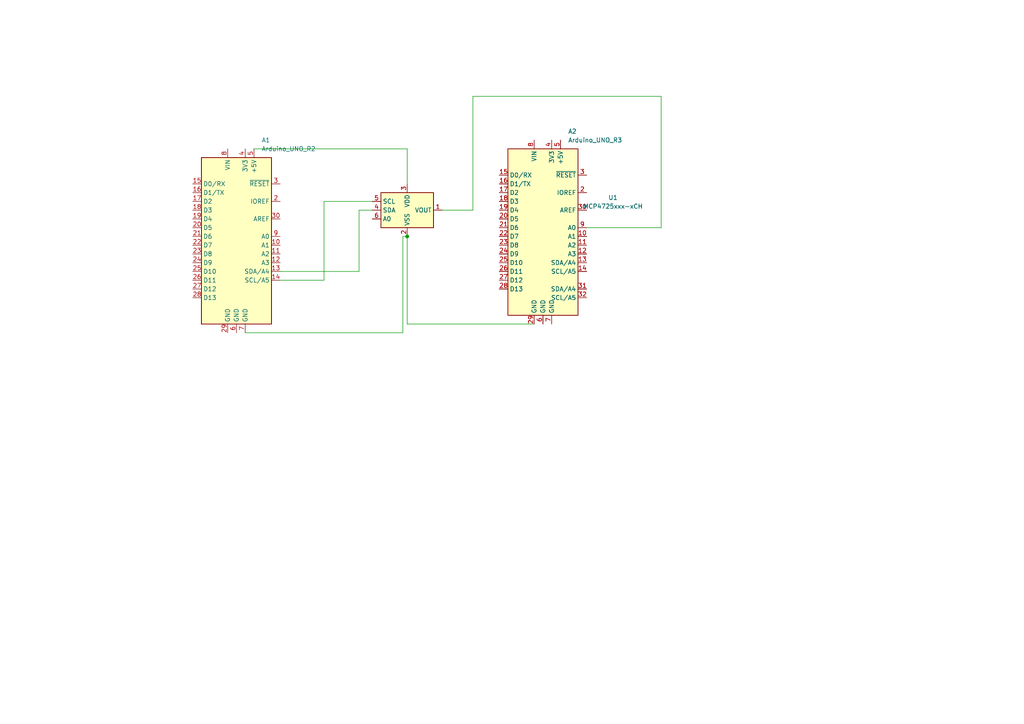
<source format=kicad_sch>
(kicad_sch (version 20230121) (generator eeschema)
  (paper "A4")
  (lib_symbols
    (symbol "Analog_DAC:MCP4725xxx-xCH"
      (property "Reference" "U" (at -6.35 6.35 0))
      (property "Value" "MCP4725xxx-xCH" (at 8.89 6.35 0))
      (symbol "MCP4725xxx-xCH_0_1"
        (rectangle (start -7.62 5.08) (end 7.62 -5.08) (stroke (width 0.254)) (fill (type background)))
      )
      (symbol "MCP4725xxx-xCH_1_1"
        (pin output line (at 10.16 0 180) (length 2.54) (name "VOUT") (number "1"))
        (pin power_in line (at 0 -7.62 90) (length 2.54) (name "VSS") (number "2"))
        (pin power_in line (at 0 7.62 270) (length 2.54) (name "VDD") (number "3"))
        (pin bidirectional line (at -10.16 0 0) (length 2.54) (name "SDA") (number "4"))
        (pin input line (at -10.16 2.54 0) (length 2.54) (name "SCL") (number "5"))
        (pin input line (at -10.16 -2.54 0) (length 2.54) (name "A0") (number "6"))
      )
    )
    (symbol "MCU_Module:Arduino_UNO_R2"
      (property "Reference" "A" (at -10.16 23.495 0))
      (property "Value" "Arduino_UNO_R2" (at 5.08 -26.67 0))
      (symbol "Arduino_UNO_R2_0_1"
        (rectangle (start -10.16 22.86) (end 10.16 -25.4) (stroke (width 0.254)) (fill (type background)))
      )
      (symbol "Arduino_UNO_R2_1_1"
        (pin no_connect line (at -10.16 -20.32 0) (length 2.54) hide (name "NC") (number "1"))
        (pin bidirectional line (at 12.7 -2.54 180) (length 2.54) (name "A1") (number "10"))
        (pin bidirectional line (at 12.7 -5.08 180) (length 2.54) (name "A2") (number "11"))
        (pin bidirectional line (at 12.7 -7.62 180) (length 2.54) (name "A3") (number "12"))
        (pin bidirectional line (at 12.7 -10.16 180) (length 2.54) (name "SDA/A4") (number "13"))
        (pin bidirectional line (at 12.7 -12.7 180) (length 2.54) (name "SCL/A5") (number "14"))
        (pin bidirectional line (at -12.7 15.24 0) (length 2.54) (name "D0/RX") (number "15"))
        (pin bidirectional line (at -12.7 12.7 0) (length 2.54) (name "D1/TX") (number "16"))
        (pin bidirectional line (at -12.7 10.16 0) (length 2.54) (name "D2") (number "17"))
        (pin bidirectional line (at -12.7 7.62 0) (length 2.54) (name "D3") (number "18"))
        (pin bidirectional line (at -12.7 5.08 0) (length 2.54) (name "D4") (number "19"))
        (pin output line (at 12.7 10.16 180) (length 2.54) (name "IOREF") (number "2"))
        (pin bidirectional line (at -12.7 2.54 0) (length 2.54) (name "D5") (number "20"))
        (pin bidirectional line (at -12.7 0 0) (length 2.54) (name "D6") (number "21"))
        (pin bidirectional line (at -12.7 -2.54 0) (length 2.54) (name "D7") (number "22"))
        (pin bidirectional line (at -12.7 -5.08 0) (length 2.54) (name "D8") (number "23"))
        (pin bidirectional line (at -12.7 -7.62 0) (length 2.54) (name "D9") (number "24"))
        (pin bidirectional line (at -12.7 -10.16 0) (length 2.54) (name "D10") (number "25"))
        (pin bidirectional line (at -12.7 -12.7 0) (length 2.54) (name "D11") (number "26"))
        (pin bidirectional line (at -12.7 -15.24 0) (length 2.54) (name "D12") (number "27"))
        (pin bidirectional line (at -12.7 -17.78 0) (length 2.54) (name "D13") (number "28"))
        (pin power_in line (at -2.54 -27.94 90) (length 2.54) (name "GND") (number "29"))
        (pin input line (at 12.7 15.24 180) (length 2.54) (name "~{RESET}") (number "3"))
        (pin input line (at 12.7 5.08 180) (length 2.54) (name "AREF") (number "30"))
        (pin power_out line (at 2.54 25.4 270) (length 2.54) (name "3V3") (number "4"))
        (pin power_out line (at 5.08 25.4 270) (length 2.54) (name "+5V") (number "5"))
        (pin power_in line (at 0 -27.94 90) (length 2.54) (name "GND") (number "6"))
        (pin power_in line (at 2.54 -27.94 90) (length 2.54) (name "GND") (number "7"))
        (pin power_in line (at -2.54 25.4 270) (length 2.54) (name "VIN") (number "8"))
        (pin bidirectional line (at 12.7 0 180) (length 2.54) (name "A0") (number "9"))
      )
    )
    (symbol "MCU_Module:Arduino_UNO_R3"
      (property "Reference" "A" (at -10.16 23.495 0))
      (property "Value" "Arduino_UNO_R3" (at 5.08 -26.67 0))
      (symbol "Arduino_UNO_R3_0_1"
        (rectangle (start -10.16 22.86) (end 10.16 -25.4) (stroke (width 0.254)) (fill (type background)))
      )
      (symbol "Arduino_UNO_R3_1_1"
        (pin no_connect line (at -10.16 -20.32 0) (length 2.54) hide (name "NC") (number "1"))
        (pin bidirectional line (at 12.7 -2.54 180) (length 2.54) (name "A1") (number "10"))
        (pin bidirectional line (at 12.7 -5.08 180) (length 2.54) (name "A2") (number "11"))
        (pin bidirectional line (at 12.7 -7.62 180) (length 2.54) (name "A3") (number "12"))
        (pin bidirectional line (at 12.7 -10.16 180) (length 2.54) (name "SDA/A4") (number "13"))
        (pin bidirectional line (at 12.7 -12.7 180) (length 2.54) (name "SCL/A5") (number "14"))
        (pin bidirectional line (at -12.7 15.24 0) (length 2.54) (name "D0/RX") (number "15"))
        (pin bidirectional line (at -12.7 12.7 0) (length 2.54) (name "D1/TX") (number "16"))
        (pin bidirectional line (at -12.7 10.16 0) (length 2.54) (name "D2") (number "17"))
        (pin bidirectional line (at -12.7 7.62 0) (length 2.54) (name "D3") (number "18"))
        (pin bidirectional line (at -12.7 5.08 0) (length 2.54) (name "D4") (number "19"))
        (pin output line (at 12.7 10.16 180) (length 2.54) (name "IOREF") (number "2"))
        (pin bidirectional line (at -12.7 2.54 0) (length 2.54) (name "D5") (number "20"))
        (pin bidirectional line (at -12.7 0 0) (length 2.54) (name "D6") (number "21"))
        (pin bidirectional line (at -12.7 -2.54 0) (length 2.54) (name "D7") (number "22"))
        (pin bidirectional line (at -12.7 -5.08 0) (length 2.54) (name "D8") (number "23"))
        (pin bidirectional line (at -12.7 -7.62 0) (length 2.54) (name "D9") (number "24"))
        (pin bidirectional line (at -12.7 -10.16 0) (length 2.54) (name "D10") (number "25"))
        (pin bidirectional line (at -12.7 -12.7 0) (length 2.54) (name "D11") (number "26"))
        (pin bidirectional line (at -12.7 -15.24 0) (length 2.54) (name "D12") (number "27"))
        (pin bidirectional line (at -12.7 -17.78 0) (length 2.54) (name "D13") (number "28"))
        (pin power_in line (at -2.54 -27.94 90) (length 2.54) (name "GND") (number "29"))
        (pin input line (at 12.7 15.24 180) (length 2.54) (name "~{RESET}") (number "3"))
        (pin input line (at 12.7 5.08 180) (length 2.54) (name "AREF") (number "30"))
        (pin bidirectional line (at 12.7 -17.78 180) (length 2.54) (name "SDA/A4") (number "31"))
        (pin bidirectional line (at 12.7 -20.32 180) (length 2.54) (name "SCL/A5") (number "32"))
        (pin power_out line (at 2.54 25.4 270) (length 2.54) (name "3V3") (number "4"))
        (pin power_out line (at 5.08 25.4 270) (length 2.54) (name "+5V") (number "5"))
        (pin power_in line (at 0 -27.94 90) (length 2.54) (name "GND") (number "6"))
        (pin power_in line (at 2.54 -27.94 90) (length 2.54) (name "GND") (number "7"))
        (pin power_in line (at -2.54 25.4 270) (length 2.54) (name "VIN") (number "8"))
        (pin bidirectional line (at 12.7 0 180) (length 2.54) (name "A0") (number "9"))
      )
    )
  )
  (junction (at 118.11 68.58))
  (wire (pts (xy 128.27 60.96) (xy 137.16 60.96)))
  (wire (pts (xy 81.28 78.74) (xy 104.14 78.74)))
  (wire (pts (xy 191.77 27.94) (xy 191.77 66.04)))
  (wire (pts (xy 116.84 68.58) (xy 118.11 68.58)))
  (wire (pts (xy 137.16 27.94) (xy 191.77 27.94)))
  (wire (pts (xy 154.94 93.98) (xy 118.11 93.98)))
  (wire (pts (xy 118.11 67.31) (xy 118.11 68.58)))
  (wire (pts (xy 93.98 81.28) (xy 93.98 58.42)))
  (wire (pts (xy 116.84 96.52) (xy 116.84 68.58)))
  (wire (pts (xy 104.14 78.74) (xy 104.14 60.96)))
  (wire (pts (xy 191.77 66.04) (xy 170.18 66.04)))
  (wire (pts (xy 73.66 43.18) (xy 118.11 43.18)))
  (wire (pts (xy 118.11 68.58) (xy 118.11 93.98)))
  (wire (pts (xy 137.16 60.96) (xy 137.16 27.94)))
  (wire (pts (xy 71.12 96.52) (xy 116.84 96.52)))
  (wire (pts (xy 81.28 81.28) (xy 93.98 81.28)))
  (wire (pts (xy 93.98 58.42) (xy 107.95 58.42)))
  (wire (pts (xy 104.14 60.96) (xy 107.95 60.96)))
  (wire (pts (xy 118.11 43.18) (xy 118.11 53.34)))
  (symbol (lib_id "Analog_DAC:MCP4725xxx-xCH") (at 118.11 60.96 0) (unit 1)
    (property "Reference" "U1" (at 177.8 57.3121 0))
    (property "Value" "MCP4725xxx-xCH" (at 177.8 59.8521 0))
    (property "Footprint" "Package_TO_SOT_SMD:SOT-23-6" (effects hide))
    (property "Datasheet" "http://ww1.microchip.com/downloads/en/DeviceDoc/22039d.pdf" (effects hide))
  )
  (symbol (lib_id "MCU_Module:Arduino_UNO_R2") (at 68.58 68.58 0) (unit 1)
    (property "Reference" "A1" (at 75.8541 40.64 0) (effects (justify left)))
    (property "Value" "Arduino_UNO_R2" (at 75.8541 43.18 0) (effects (justify left)))
    (property "Footprint" "Module:Arduino_UNO_R2" (effects hide))
    (property "Datasheet" "https://www.arduino.cc/en/Main/arduinoBoardUno" (effects hide))
  )
  (symbol (lib_id "MCU_Module:Arduino_UNO_R3") (at 157.48 66.04 0) (unit 1)
    (property "Reference" "A2" (at 164.7541 38.1 0) (effects (justify left)))
    (property "Value" "Arduino_UNO_R3" (at 164.7541 40.64 0) (effects (justify left)))
    (property "Footprint" "Module:Arduino_UNO_R3" (effects hide))
    (property "Datasheet" "https://www.arduino.cc/en/Main/arduinoBoardUno" (effects hide))
  )
)
</source>
